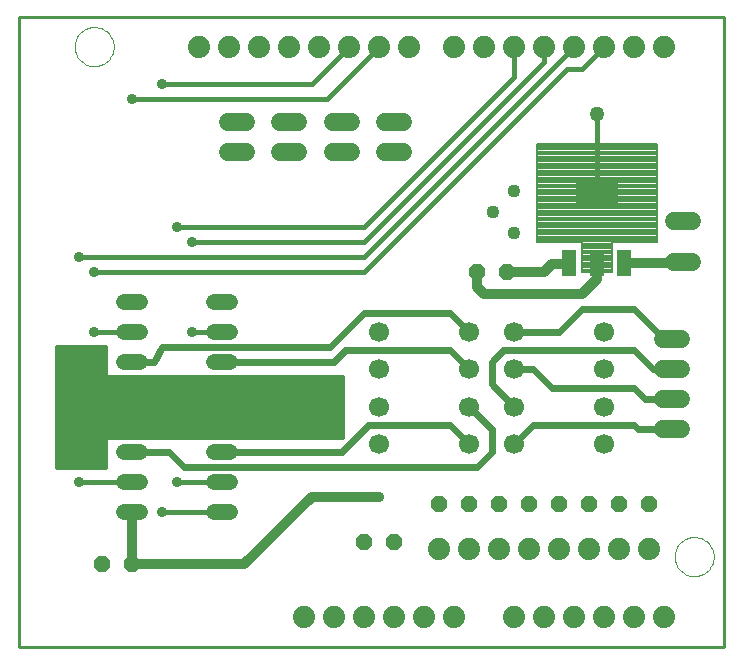
<source format=gtl>
G75*
G70*
%OFA0B0*%
%FSLAX24Y24*%
%IPPOS*%
%LPD*%
%AMOC8*
5,1,8,0,0,1.08239X$1,22.5*
%
%ADD10C,0.0100*%
%ADD11C,0.0669*%
%ADD12C,0.0520*%
%ADD13C,0.0600*%
%ADD14C,0.0436*%
%ADD15C,0.0500*%
%ADD16R,0.0480X0.0880*%
%ADD17R,0.1417X0.0866*%
%ADD18OC8,0.0520*%
%ADD19C,0.0740*%
%ADD20C,0.0000*%
%ADD21C,0.0594*%
%ADD22C,0.0160*%
%ADD23C,0.0240*%
%ADD24C,0.0356*%
%ADD25C,0.0080*%
%ADD26C,0.0320*%
D10*
X006259Y000161D02*
X006259Y021157D01*
X029754Y021157D01*
X029754Y000161D01*
X006259Y000161D01*
D11*
X018259Y006911D03*
X018259Y008161D03*
X018259Y009411D03*
X018259Y010661D03*
X021259Y010661D03*
X022759Y010661D03*
X022759Y009411D03*
X021259Y009411D03*
X021259Y008161D03*
X022759Y008161D03*
X022759Y006911D03*
X021259Y006911D03*
X025759Y006911D03*
X025759Y008161D03*
X025759Y009411D03*
X025759Y010661D03*
D12*
X013269Y010661D02*
X012749Y010661D01*
X012749Y011661D02*
X013269Y011661D01*
X013269Y009661D02*
X012749Y009661D01*
X012749Y008661D02*
X013269Y008661D01*
X013269Y007661D02*
X012749Y007661D01*
X012749Y006661D02*
X013269Y006661D01*
X013269Y005661D02*
X012749Y005661D01*
X012749Y004661D02*
X013269Y004661D01*
X010269Y004661D02*
X009749Y004661D01*
X009749Y005661D02*
X010269Y005661D01*
X010269Y006661D02*
X009749Y006661D01*
X009749Y007661D02*
X010269Y007661D01*
X010269Y008661D02*
X009749Y008661D01*
X009749Y009661D02*
X010269Y009661D01*
X010269Y010661D02*
X009749Y010661D01*
X009749Y011661D02*
X010269Y011661D01*
D13*
X013209Y016661D02*
X013809Y016661D01*
X014959Y016661D02*
X015559Y016661D01*
X016709Y016661D02*
X017309Y016661D01*
X018459Y016661D02*
X019059Y016661D01*
X019059Y017661D02*
X018459Y017661D01*
X017309Y017661D02*
X016709Y017661D01*
X015559Y017661D02*
X014959Y017661D01*
X013809Y017661D02*
X013209Y017661D01*
X027709Y010411D02*
X028309Y010411D01*
X028309Y009411D02*
X027709Y009411D01*
X027709Y008411D02*
X028309Y008411D01*
X028309Y007411D02*
X027709Y007411D01*
D14*
X022759Y013961D03*
X022049Y014661D03*
X022759Y015361D03*
D15*
X025509Y017911D03*
D16*
X025509Y012941D03*
X026419Y012941D03*
X024599Y012941D03*
D17*
X025509Y015381D03*
D18*
X022509Y012661D03*
X021509Y012661D03*
X021259Y004911D03*
X022259Y004911D03*
X023259Y004911D03*
X024259Y004911D03*
X025259Y004911D03*
X026259Y004911D03*
X027259Y004911D03*
X020259Y004911D03*
X018759Y003661D03*
X017759Y003661D03*
X010009Y002911D03*
X009009Y002911D03*
D19*
X015759Y001161D03*
X016759Y001161D03*
X017759Y001161D03*
X018759Y001161D03*
X019759Y001161D03*
X020759Y001161D03*
X022759Y001161D03*
X023759Y001161D03*
X024759Y001161D03*
X025759Y001161D03*
X026759Y001161D03*
X027759Y001161D03*
X027259Y003411D03*
X026259Y003411D03*
X025259Y003411D03*
X024259Y003411D03*
X023259Y003411D03*
X022259Y003411D03*
X021259Y003411D03*
X020259Y003411D03*
X020759Y020161D03*
X021759Y020161D03*
X022759Y020161D03*
X023759Y020161D03*
X024759Y020161D03*
X025759Y020161D03*
X026759Y020161D03*
X027759Y020161D03*
X019259Y020161D03*
X018259Y020161D03*
X017259Y020161D03*
X016259Y020161D03*
X015259Y020161D03*
X014259Y020161D03*
X013259Y020161D03*
X012259Y020161D03*
D20*
X008109Y020161D02*
X008111Y020211D01*
X008117Y020261D01*
X008127Y020311D01*
X008140Y020359D01*
X008157Y020407D01*
X008178Y020453D01*
X008202Y020497D01*
X008230Y020539D01*
X008261Y020579D01*
X008295Y020616D01*
X008332Y020651D01*
X008371Y020682D01*
X008412Y020711D01*
X008456Y020736D01*
X008502Y020758D01*
X008549Y020776D01*
X008597Y020790D01*
X008646Y020801D01*
X008696Y020808D01*
X008746Y020811D01*
X008797Y020810D01*
X008847Y020805D01*
X008897Y020796D01*
X008945Y020784D01*
X008993Y020767D01*
X009039Y020747D01*
X009084Y020724D01*
X009127Y020697D01*
X009167Y020667D01*
X009205Y020634D01*
X009240Y020598D01*
X009273Y020559D01*
X009302Y020518D01*
X009328Y020475D01*
X009351Y020430D01*
X009370Y020383D01*
X009385Y020335D01*
X009397Y020286D01*
X009405Y020236D01*
X009409Y020186D01*
X009409Y020136D01*
X009405Y020086D01*
X009397Y020036D01*
X009385Y019987D01*
X009370Y019939D01*
X009351Y019892D01*
X009328Y019847D01*
X009302Y019804D01*
X009273Y019763D01*
X009240Y019724D01*
X009205Y019688D01*
X009167Y019655D01*
X009127Y019625D01*
X009084Y019598D01*
X009039Y019575D01*
X008993Y019555D01*
X008945Y019538D01*
X008897Y019526D01*
X008847Y019517D01*
X008797Y019512D01*
X008746Y019511D01*
X008696Y019514D01*
X008646Y019521D01*
X008597Y019532D01*
X008549Y019546D01*
X008502Y019564D01*
X008456Y019586D01*
X008412Y019611D01*
X008371Y019640D01*
X008332Y019671D01*
X008295Y019706D01*
X008261Y019743D01*
X008230Y019783D01*
X008202Y019825D01*
X008178Y019869D01*
X008157Y019915D01*
X008140Y019963D01*
X008127Y020011D01*
X008117Y020061D01*
X008111Y020111D01*
X008109Y020161D01*
X028109Y003161D02*
X028111Y003211D01*
X028117Y003261D01*
X028127Y003311D01*
X028140Y003359D01*
X028157Y003407D01*
X028178Y003453D01*
X028202Y003497D01*
X028230Y003539D01*
X028261Y003579D01*
X028295Y003616D01*
X028332Y003651D01*
X028371Y003682D01*
X028412Y003711D01*
X028456Y003736D01*
X028502Y003758D01*
X028549Y003776D01*
X028597Y003790D01*
X028646Y003801D01*
X028696Y003808D01*
X028746Y003811D01*
X028797Y003810D01*
X028847Y003805D01*
X028897Y003796D01*
X028945Y003784D01*
X028993Y003767D01*
X029039Y003747D01*
X029084Y003724D01*
X029127Y003697D01*
X029167Y003667D01*
X029205Y003634D01*
X029240Y003598D01*
X029273Y003559D01*
X029302Y003518D01*
X029328Y003475D01*
X029351Y003430D01*
X029370Y003383D01*
X029385Y003335D01*
X029397Y003286D01*
X029405Y003236D01*
X029409Y003186D01*
X029409Y003136D01*
X029405Y003086D01*
X029397Y003036D01*
X029385Y002987D01*
X029370Y002939D01*
X029351Y002892D01*
X029328Y002847D01*
X029302Y002804D01*
X029273Y002763D01*
X029240Y002724D01*
X029205Y002688D01*
X029167Y002655D01*
X029127Y002625D01*
X029084Y002598D01*
X029039Y002575D01*
X028993Y002555D01*
X028945Y002538D01*
X028897Y002526D01*
X028847Y002517D01*
X028797Y002512D01*
X028746Y002511D01*
X028696Y002514D01*
X028646Y002521D01*
X028597Y002532D01*
X028549Y002546D01*
X028502Y002564D01*
X028456Y002586D01*
X028412Y002611D01*
X028371Y002640D01*
X028332Y002671D01*
X028295Y002706D01*
X028261Y002743D01*
X028230Y002783D01*
X028202Y002825D01*
X028178Y002869D01*
X028157Y002915D01*
X028140Y002963D01*
X028127Y003011D01*
X028117Y003061D01*
X028111Y003111D01*
X028109Y003161D01*
D21*
X028087Y012972D02*
X028681Y012972D01*
X028681Y014350D02*
X028087Y014350D01*
D22*
X025509Y015381D02*
X025509Y017911D01*
X025009Y019411D02*
X024509Y019411D01*
X017759Y012661D01*
X008759Y012661D01*
X008259Y013161D02*
X017759Y013161D01*
X024759Y020161D01*
X025009Y019411D02*
X025759Y020161D01*
X023759Y020161D02*
X023759Y019661D01*
X017759Y013661D01*
X012009Y013661D01*
X011509Y014161D02*
X017759Y014161D01*
X022759Y019161D01*
X022759Y020161D01*
X018259Y020161D02*
X016509Y018411D01*
X010009Y018411D01*
X011009Y018911D02*
X016009Y018911D01*
X017259Y020161D01*
X013009Y010661D02*
X012009Y010661D01*
X010009Y010661D02*
X008759Y010661D01*
X009134Y010161D02*
X007509Y010161D01*
X007509Y006161D01*
X009134Y006161D01*
X009134Y007161D01*
X017009Y007161D01*
X017009Y009161D01*
X009134Y009161D01*
X009134Y010161D01*
X009134Y010149D02*
X007509Y010149D01*
X007509Y009991D02*
X009134Y009991D01*
X009134Y009832D02*
X007509Y009832D01*
X007509Y009674D02*
X009134Y009674D01*
X009134Y009515D02*
X007509Y009515D01*
X007509Y009357D02*
X009134Y009357D01*
X009134Y009198D02*
X007509Y009198D01*
X007509Y009040D02*
X017009Y009040D01*
X017009Y008881D02*
X007509Y008881D01*
X007509Y008723D02*
X017009Y008723D01*
X017009Y008564D02*
X007509Y008564D01*
X007509Y008406D02*
X017009Y008406D01*
X017009Y008247D02*
X007509Y008247D01*
X007509Y008088D02*
X017009Y008088D01*
X017009Y007930D02*
X007509Y007930D01*
X007509Y007771D02*
X017009Y007771D01*
X017009Y007613D02*
X007509Y007613D01*
X007509Y007454D02*
X017009Y007454D01*
X017009Y007296D02*
X007509Y007296D01*
X007509Y007137D02*
X009134Y007137D01*
X009134Y006979D02*
X007509Y006979D01*
X007509Y006820D02*
X009134Y006820D01*
X009134Y006662D02*
X007509Y006662D01*
X007509Y006503D02*
X009134Y006503D01*
X009134Y006344D02*
X007509Y006344D01*
X007509Y006186D02*
X009134Y006186D01*
X008259Y005661D02*
X010009Y005661D01*
X011009Y004661D02*
X013009Y004661D01*
X013009Y005661D02*
X011509Y005661D01*
D23*
X011759Y006161D02*
X021509Y006161D01*
X022009Y006661D01*
X022009Y007411D01*
X021259Y008161D01*
X020634Y007536D02*
X021259Y006911D01*
X020634Y007536D02*
X017884Y007536D01*
X017009Y006661D01*
X013009Y006661D01*
X011759Y006161D02*
X011259Y006661D01*
X010009Y006661D01*
X010009Y009661D02*
X010759Y009661D01*
X011009Y010161D01*
X016634Y010161D01*
X017759Y011286D01*
X020634Y011286D01*
X021259Y010661D01*
X020634Y010036D02*
X021259Y009411D01*
X022009Y009661D02*
X022009Y008911D01*
X022759Y008161D01*
X023384Y007536D02*
X026759Y007536D01*
X026884Y007411D01*
X028009Y007411D01*
X028009Y008411D02*
X027134Y008411D01*
X026759Y008786D01*
X024009Y008786D01*
X023384Y009411D01*
X022759Y009411D01*
X022384Y010036D02*
X026759Y010036D01*
X027384Y009411D01*
X028009Y009411D01*
X028009Y010411D02*
X027759Y010411D01*
X026759Y011411D01*
X025009Y011411D01*
X024259Y010661D01*
X022759Y010661D01*
X022384Y010036D02*
X022009Y009661D01*
X020634Y010036D02*
X017134Y010036D01*
X016759Y009661D01*
X013009Y009661D01*
X022759Y006911D02*
X023384Y007536D01*
D24*
X018259Y005161D03*
X011509Y005661D03*
X011009Y004661D03*
X008259Y005661D03*
X008759Y010661D03*
X008759Y012661D03*
X008259Y013161D03*
X011509Y014161D03*
X012009Y013661D03*
X012009Y010661D03*
X010009Y018411D03*
X011009Y018911D03*
D25*
X023509Y016911D02*
X023509Y013661D01*
X025009Y013661D01*
X025009Y012661D01*
X026009Y012661D01*
X026009Y013661D01*
X027509Y013661D01*
X027509Y016911D01*
X023509Y016911D01*
X023509Y016891D02*
X027509Y016891D01*
X027509Y016812D02*
X023509Y016812D01*
X023509Y016734D02*
X027509Y016734D01*
X027509Y016655D02*
X023509Y016655D01*
X023509Y016577D02*
X027509Y016577D01*
X027509Y016498D02*
X023509Y016498D01*
X023509Y016420D02*
X027509Y016420D01*
X027509Y016341D02*
X023509Y016341D01*
X023509Y016263D02*
X027509Y016263D01*
X027509Y016184D02*
X023509Y016184D01*
X023509Y016106D02*
X027509Y016106D01*
X027509Y016027D02*
X023509Y016027D01*
X023509Y015948D02*
X027509Y015948D01*
X027509Y015870D02*
X023509Y015870D01*
X023509Y015791D02*
X027509Y015791D01*
X027509Y015713D02*
X023509Y015713D01*
X023509Y015634D02*
X027509Y015634D01*
X027509Y015556D02*
X023509Y015556D01*
X023509Y015477D02*
X027509Y015477D01*
X027509Y015399D02*
X023509Y015399D01*
X023509Y015320D02*
X027509Y015320D01*
X027509Y015242D02*
X023509Y015242D01*
X023509Y015163D02*
X027509Y015163D01*
X027509Y015084D02*
X023509Y015084D01*
X023509Y015006D02*
X027509Y015006D01*
X027509Y014927D02*
X023509Y014927D01*
X023509Y014849D02*
X027509Y014849D01*
X027509Y014770D02*
X023509Y014770D01*
X023509Y014692D02*
X027509Y014692D01*
X027509Y014613D02*
X023509Y014613D01*
X023509Y014535D02*
X027509Y014535D01*
X027509Y014456D02*
X023509Y014456D01*
X023509Y014378D02*
X027509Y014378D01*
X027509Y014299D02*
X023509Y014299D01*
X023509Y014221D02*
X027509Y014221D01*
X027509Y014142D02*
X023509Y014142D01*
X023509Y014063D02*
X027509Y014063D01*
X027509Y013985D02*
X023509Y013985D01*
X023509Y013906D02*
X027509Y013906D01*
X027509Y013828D02*
X023509Y013828D01*
X023509Y013749D02*
X027509Y013749D01*
X027509Y013671D02*
X023509Y013671D01*
X025009Y013592D02*
X026009Y013592D01*
X026009Y013514D02*
X025009Y013514D01*
X025009Y013435D02*
X026009Y013435D01*
X026009Y013357D02*
X025009Y013357D01*
X025009Y013278D02*
X026009Y013278D01*
X026009Y013199D02*
X025009Y013199D01*
X025009Y013121D02*
X026009Y013121D01*
X026009Y013042D02*
X025009Y013042D01*
X025009Y012964D02*
X026009Y012964D01*
X026009Y012885D02*
X025009Y012885D01*
X025009Y012807D02*
X026009Y012807D01*
X026009Y012728D02*
X025009Y012728D01*
D26*
X024599Y012941D02*
X024569Y012911D01*
X024009Y012911D01*
X023759Y012661D01*
X022509Y012661D01*
X021509Y012661D02*
X021509Y012161D01*
X021759Y011911D01*
X025009Y011911D01*
X025509Y012411D01*
X025509Y012941D01*
X026419Y012941D02*
X028353Y012941D01*
X028384Y012972D01*
X018259Y005161D02*
X016009Y005161D01*
X013759Y002911D01*
X010009Y002911D01*
X010009Y004661D01*
M02*

</source>
